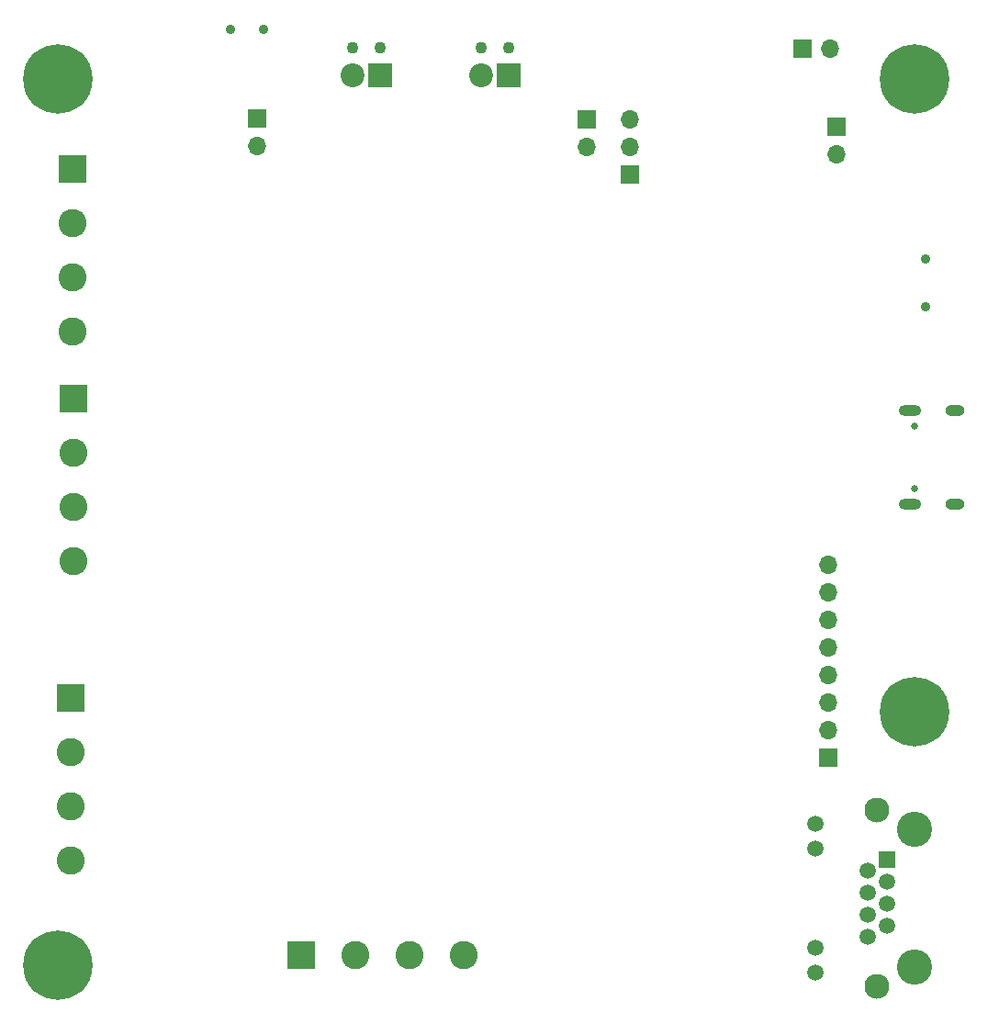
<source format=gbr>
%TF.GenerationSoftware,KiCad,Pcbnew,7.0.7*%
%TF.CreationDate,2024-04-15T16:49:56-05:00*%
%TF.ProjectId,Rev2.1,52657632-2e31-42e6-9b69-6361645f7063,rev?*%
%TF.SameCoordinates,Original*%
%TF.FileFunction,Soldermask,Bot*%
%TF.FilePolarity,Negative*%
%FSLAX46Y46*%
G04 Gerber Fmt 4.6, Leading zero omitted, Abs format (unit mm)*
G04 Created by KiCad (PCBNEW 7.0.7) date 2024-04-15 16:49:56*
%MOMM*%
%LPD*%
G01*
G04 APERTURE LIST*
%ADD10C,0.900000*%
%ADD11C,0.800000*%
%ADD12C,6.400000*%
%ADD13C,0.650000*%
%ADD14O,2.100000X1.000000*%
%ADD15O,1.800000X1.000000*%
%ADD16R,1.700000X1.700000*%
%ADD17O,1.700000X1.700000*%
%ADD18C,1.100000*%
%ADD19R,2.200000X2.200000*%
%ADD20C,2.200000*%
%ADD21R,2.600000X2.600000*%
%ADD22C,2.600000*%
%ADD23C,3.250000*%
%ADD24R,1.500000X1.500000*%
%ADD25C,1.500000*%
%ADD26C,2.300000*%
G04 APERTURE END LIST*
D10*
%TO.C,J6*%
X187375000Y-85500000D03*
X187375000Y-81100000D03*
%TD*%
D11*
%TO.C,H4*%
X184000000Y-64500000D03*
X184702944Y-62802944D03*
X184702944Y-66197056D03*
X186400000Y-62100000D03*
D12*
X186400000Y-64500000D03*
D11*
X186400000Y-66900000D03*
X188097056Y-62802944D03*
X188097056Y-66197056D03*
X188800000Y-64500000D03*
%TD*%
D13*
%TO.C,P2*%
X186395000Y-102290000D03*
X186395000Y-96510000D03*
D14*
X185895000Y-103720000D03*
D15*
X190075000Y-103720000D03*
D14*
X185895000Y-95080000D03*
D15*
X190075000Y-95080000D03*
%TD*%
D16*
%TO.C,J12*%
X176025000Y-61700000D03*
D17*
X178565000Y-61700000D03*
%TD*%
D18*
%TO.C,J2*%
X137050000Y-61685000D03*
X134510000Y-61685000D03*
D19*
X137050000Y-64225000D03*
D20*
X134510000Y-64225000D03*
%TD*%
D21*
%TO.C,J7*%
X108750000Y-72850000D03*
D22*
X108750000Y-77850000D03*
X108750000Y-82850000D03*
X108750000Y-87850000D03*
%TD*%
D11*
%TO.C,H1*%
X105000000Y-64500000D03*
X105702944Y-62802944D03*
X105702944Y-66197056D03*
X107400000Y-62100000D03*
D12*
X107400000Y-64500000D03*
D11*
X107400000Y-66900000D03*
X109097056Y-62802944D03*
X109097056Y-66197056D03*
X109800000Y-64500000D03*
%TD*%
%TO.C,H2*%
X105000000Y-146200000D03*
X105702944Y-144502944D03*
X105702944Y-147897056D03*
X107400000Y-143800000D03*
D12*
X107400000Y-146200000D03*
D11*
X107400000Y-148600000D03*
X109097056Y-144502944D03*
X109097056Y-147897056D03*
X109800000Y-146200000D03*
%TD*%
D16*
%TO.C,J3*%
X156125000Y-68250000D03*
D17*
X156125000Y-70790000D03*
%TD*%
D16*
%TO.C,J11*%
X179200000Y-68950000D03*
D17*
X179200000Y-71490000D03*
%TD*%
D16*
%TO.C,J1*%
X125700000Y-68150000D03*
D17*
X125700000Y-70690000D03*
%TD*%
D21*
%TO.C,J9*%
X129800000Y-145280000D03*
D22*
X134800000Y-145280000D03*
X139800000Y-145280000D03*
X144800000Y-145280000D03*
%TD*%
D16*
%TO.C,J5*%
X160075000Y-73325000D03*
D17*
X160075000Y-70785000D03*
X160075000Y-68245000D03*
%TD*%
D18*
%TO.C,J4*%
X148970000Y-61685000D03*
X146430000Y-61685000D03*
D19*
X148970000Y-64225000D03*
D20*
X146430000Y-64225000D03*
%TD*%
D21*
%TO.C,J14*%
X108780000Y-93950000D03*
D22*
X108780000Y-98950000D03*
X108780000Y-103950000D03*
X108780000Y-108950000D03*
%TD*%
D23*
%TO.C,J13*%
X186340000Y-133710000D03*
X186340000Y-146410000D03*
D24*
X183800000Y-136500000D03*
D25*
X182020000Y-137516000D03*
X183800000Y-138532000D03*
X182020000Y-139548000D03*
X183800000Y-140564000D03*
X182020000Y-141580000D03*
X183800000Y-142596000D03*
X182020000Y-143612000D03*
X177200000Y-133200000D03*
X177200000Y-135490000D03*
X177200000Y-144630000D03*
X177200000Y-146920000D03*
D26*
X182910000Y-131930000D03*
X182910000Y-148190000D03*
%TD*%
D16*
%TO.C,J10*%
X178400000Y-127135000D03*
D17*
X178400000Y-124595000D03*
X178400000Y-122055000D03*
X178400000Y-119515000D03*
X178400000Y-116975000D03*
X178400000Y-114435000D03*
X178400000Y-111895000D03*
X178400000Y-109355000D03*
%TD*%
D11*
%TO.C,H3*%
X184000000Y-122900000D03*
X184702944Y-121202944D03*
X184702944Y-124597056D03*
X186400000Y-120500000D03*
D12*
X186400000Y-122900000D03*
D11*
X186400000Y-125300000D03*
X188097056Y-121202944D03*
X188097056Y-124597056D03*
X188800000Y-122900000D03*
%TD*%
D21*
%TO.C,J8*%
X108550000Y-121550000D03*
D22*
X108550000Y-126550000D03*
X108550000Y-131550000D03*
X108550000Y-136550000D03*
%TD*%
D10*
%TO.C,SW3*%
X126300000Y-59945000D03*
X123300000Y-59945000D03*
%TD*%
M02*

</source>
